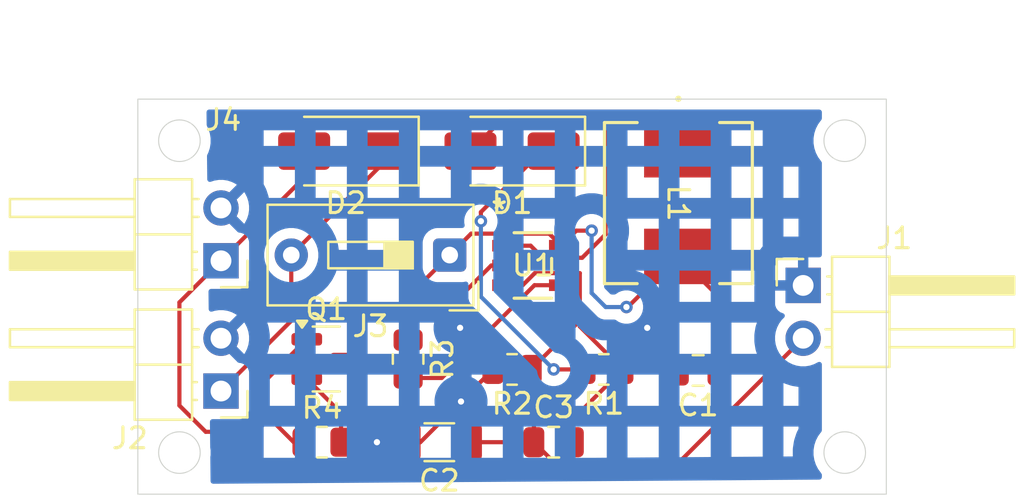
<source format=kicad_pcb>
(kicad_pcb (version 20241229) (generator "pcbnew") (generator_version "9.0")
  (layers (0 "F.Cu" signal) (2 "B.Cu" signal) (13 "F.Paste" user) (15 "B.Paste" user) (5 "F.SilkS" user "F.Silkscreen") (7 "B.SilkS" user "B.Silkscreen") (1 "F.Mask" user) (3 "B.Mask" user) (25 "Edge.Cuts" user))
  (net 0 "")
  (net 1 "GNDD")
  (net 2 "Net-(J3-Pin_1)")
  (net 3 "/OUT_P")
  (net 4 "Net-(U1-FB)")
  (net 5 "Net-(D1-A)")
  (net 6 "/SOLAR_P")
  (net 7 "/BAT_P")
  (net 8 "Net-(Q1-D)")
  (footprint "Capacitor_SMD:C_0805_2012Metric" (layer "F.Cu") (at 165.45 111.55 180)
    (property "Reference" "C1" (at 0 -1.68 0) (layer "F.SilkS"))
    (property "Value" "4.7 uF, 50 V, X7R (0805)")
    (fp_line (start -0.261252 0.735) (end 0.261252 0.735) (stroke (width 0.12)) (layer "F.SilkS"))
    (fp_line (start -0.261252 -0.735) (end 0.261252 -0.735) (stroke (width 0.12)) (layer "F.SilkS"))
    (pad "1" smd roundrect (at -0.95 0 180) (size 1 1.45) (layers "F.Cu" "F.Mask" "F.Paste") (net 2 "Net-(J3-Pin_1)"))
    (pad "2" smd roundrect (at 0.95 0 180) (size 1 1.45) (layers "F.Cu" "F.Mask" "F.Paste") (net 1 "GNDD"))
  )
  (footprint "Resistor_SMD:R_0805_2012Metric" (layer "F.Cu") (at 147.3625 115)
    (property "Reference" "R4" (at 0 -1.65 0) (layer "F.SilkS"))
    (property "Value" "1 MOhm")
    (fp_line (start -0.227064 -0.735) (end 0.227064 -0.735) (stroke (width 0.12)) (layer "F.SilkS"))
    (fp_line (start -0.227064 0.735) (end 0.227064 0.735) (stroke (width 0.12)) (layer "F.SilkS"))
    (pad "1" smd roundrect (at -0.9125 0) (size 1.025 1.4) (layers "F.Cu" "F.Mask" "F.Paste") (roundrect_rratio 0.243902) (net 6 "/SOLAR_P"))
    (pad "2" smd roundrect (at 0.9125 0) (size 1.025 1.4) (layers "F.Cu" "F.Mask" "F.Paste") (roundrect_rratio 0.243902) (net 1 "GNDD"))
  )
  (footprint "Capacitor_SMD:C_0805_2012Metric" (layer "F.Cu") (at 158.5 115)
    (property "Reference" "C3" (at 0 -1.68 0) (layer "F.SilkS"))
    (property "Value" "10 pF, 50 V, X7R (0805)")
    (fp_line (start -0.261252 -0.735) (end 0.261252 -0.735) (stroke (width 0.12)) (layer "F.SilkS"))
    (fp_line (start -0.261252 0.735) (end 0.261252 0.735) (stroke (width 0.12)) (layer "F.SilkS"))
    (pad "1" smd roundrect (at -0.95 0) (size 1 1.45) (layers "F.Cu" "F.Mask" "F.Paste") (net 3 "/OUT_P"))
    (pad "2" smd roundrect (at 0.95 0) (size 1 1.45) (layers "F.Cu" "F.Mask" "F.Paste") (net 4 "Net-(U1-FB)"))
  )
  (footprint "Capacitor_SMD:C_1206_3216Metric" (layer "F.Cu") (at 153 115 180)
    (property "Reference" "C2" (at 0 -1.85 0) (layer "F.SilkS"))
    (property "Value" "22 uF, 10 V, X7R (1206)")
    (fp_line (start -0.711252 0.91) (end 0.711252 0.91) (stroke (width 0.12)) (layer "F.SilkS"))
    (fp_line (start -0.711252 -0.91) (end 0.711252 -0.91) (stroke (width 0.12)) (layer "F.SilkS"))
    (pad "1" smd roundrect (at -1.475 0 180) (size 1.15 1.8) (layers "F.Cu" "F.Mask" "F.Paste") (roundrect_rratio 0.217391) (net 3 "/OUT_P"))
    (pad "2" smd roundrect (at 1.475 0 180) (size 1.15 1.8) (layers "F.Cu" "F.Mask" "F.Paste") (roundrect_rratio 0.217391) (net 1 "GNDD"))
  )
  (footprint "Resistor_SMD:R_0805_2012Metric" (layer "F.Cu") (at 160.9125 111.5 180)
    (property "Reference" "R1" (at 0 -1.65 0) (layer "F.SilkS"))
    (property "Value" "1 MOhm")
    (fp_line (start -0.227064 0.735) (end 0.227064 0.735) (stroke (width 0.12)) (layer "F.SilkS"))
    (fp_line (start -0.227064 -0.735) (end 0.227064 -0.735) (stroke (width 0.12)) (layer "F.SilkS"))
    (pad "1" smd roundrect (at -0.9125 0 180) (size 1.025 1.4) (layers "F.Cu" "F.Mask" "F.Paste") (roundrect_rratio 0.243902) (net 4 "Net-(U1-FB)"))
    (pad "2" smd roundrect (at 0.9125 0 180) (size 1.025 1.4) (layers "F.Cu" "F.Mask" "F.Paste") (roundrect_rratio 0.243902) (net 3 "/OUT_P"))
  )
  (footprint "Connector_PinHeader_2.54mm:PinHeader_1x02_P2.54mm_Horizontal" (layer "F.Cu") (at 142.5 106.275 180)
    (property "Reference" "J4" (at -0.115 6.775 0) (layer "F.SilkS"))
    (property "Value" "Conn_01x02_Pin")
    (fp_line (start 10.15 2.97) (end 4.15 2.97) (stroke (width 0.12)) (layer "F.SilkS"))
    (fp_line (start 10.15 2.11) (end 10.15 2.97) (stroke (width 0.12)) (layer "F.SilkS"))
    (fp_line (start 4.15 3.92) (end 4.15 -1.38) (stroke (width 0.12)) (layer "F.SilkS"))
    (fp_line (start 4.15 2.11) (end 10.15 2.11) (stroke (width 0.12)) (layer "F.SilkS"))
    (fp_line (start 4.15 -1.38) (end 1.39 -1.38) (stroke (width 0.12)) (layer "F.SilkS"))
    (fp_line (start 1.39 3.92) (end 4.15 3.92) (stroke (width 0.12)) (layer "F.SilkS"))
    (fp_line (start 1.39 1.27) (end 4.15 1.27) (stroke (width 0.12)) (layer "F.SilkS"))
    (fp_line (start 1.39 -1.38) (end 1.39 3.92) (stroke (width 0.12)) (layer "F.SilkS"))
    (fp_line (start 1.16 0.43) (end 1.39 0.43) (stroke (width 0.12)) (layer "F.SilkS"))
    (fp_line (start 1.16 -0.43) (end 1.39 -0.43) (stroke (width 0.12)) (layer "F.SilkS"))
    (fp_line (start 1.077358 2.97) (end 1.39 2.97) (stroke (width 0.12)) (layer "F.SilkS"))
    (fp_line (start 1.077358 2.11) (end 1.39 2.11) (stroke (width 0.12)) (layer "F.SilkS"))
    (fp_line (start -1.27 0) (end -1.27 -1.27) (stroke (width 0.12)) (layer "F.SilkS"))
    (fp_line (start -1.27 -1.27) (end 0 -1.27) (stroke (width 0.12)) (layer "F.SilkS"))
    (fp_rect (start 4.15 -0.43) (end 10.15 0.43) (stroke (width 0.12)) (fill yes) (layer "F.SilkS"))
    (pad "1" thru_hole rect (at 0 0 180) (size 1.7 1.7) (drill 1) (layers "*.Cu" "*.Mask") (net 6 "/SOLAR_P"))
    (pad "2" thru_hole circle (at 0 2.54 180) (size 1.7 1.7) (drill 1) (layers "*.Cu" "*.Mask") (net 1 "GNDD"))
  )
  (footprint "Button_Switch_THT:SW_DIP_SPSTx01_Slide_9.78x4.72mm_W7.62mm_P2.54mm" (layer "F.Cu") (at 153.5 106 180)
    (property "Reference" "J3" (at 3.81 -3.42 0) (layer "F.SilkS"))
    (property "Value" "Conn_01x02_Pin")
    (fp_line (start 8.76 -2.42) (end 8.76 2.42) (stroke (width 0.12)) (layer "F.SilkS"))
    (fp_line (start 3.133333 -0.635) (end 3.133333 0.635) (stroke (width 0.12)) (layer "F.SilkS"))
    (fp_line (start -1.14 2.42) (end 8.76 2.42) (stroke (width 0.12)) (layer "F.SilkS"))
    (fp_line (start -1.14 -2.42) (end 8.76 -2.42) (stroke (width 0.12)) (layer "F.SilkS"))
    (fp_line (start -1.14 -2.42) (end -1.14 2.42) (stroke (width 0.12)) (layer "F.SilkS"))
    (fp_line (start -1.38 -2.66) (end 0.003 -2.66) (stroke (width 0.12)) (layer "F.SilkS"))
    (fp_line (start -1.38 -2.66) (end -1.38 -1.277) (stroke (width 0.12)) (layer "F.SilkS"))
    (fp_rect (start 1.78 -0.635) (end 5.84 0.635) (stroke (width 0.12)) (fill no) (layer "F.SilkS"))
    (fp_rect (start 1.78 -0.635) (end 3.133333 0.635) (stroke (width 0.12)) (fill yes) (layer "F.SilkS"))
    (pad "1" thru_hole roundrect (at 0 0 180) (size 1.6 1.6) (drill 0.8) (layers "*.Cu" "*.Mask") (roundrect_rratio 0.15625) (net 2 "Net-(J3-Pin_1)"))
    (pad "2" thru_hole circle (at 7.62 0 180) (size 1.6 1.6) (drill 0.8) (layers "*.Cu" "*.Mask") (net 7 "/BAT_P"))
  )
  (footprint "Resistor_SMD:R_0805_2012Metric" (layer "F.Cu") (at 151.5 111 -90)
    (property "Reference" "R3" (at 0 -1.65 90) (layer "F.SilkS"))
    (property "Value" "10 kOhm")
    (fp_line (start -0.227064 0.735) (end 0.227064 0.735) (stroke (width 0.12)) (layer "F.SilkS"))
    (fp_line (start -0.227064 -0.735) (end 0.227064 -0.735) (stroke (width 0.12)) (layer "F.SilkS"))
    (pad "1" smd roundrect (at -0.9125 0 270) (size 1.025 1.4) (layers "F.Cu" "F.Mask" "F.Paste") (roundrect_rratio 0.243902) (net 2 "Net-(J3-Pin_1)"))
    (pad "2" smd roundrect (at 0.9125 0 270) (size 1.025 1.4) (layers "F.Cu" "F.Mask" "F.Paste") (roundrect_rratio 0.243902) (net 8 "Net-(Q1-D)"))
  )
  (footprint "Diode_SMD:D_SMA" (layer "F.Cu") (at 156.5 101 180)
    (property "Reference" "D1" (at 0 -2.5 0) (layer "F.SilkS"))
    (property "Value" "SS14")
    (fp_line (start -3.51 1.65) (end 2 1.65) (stroke (width 0.12)) (layer "F.SilkS"))
    (fp_line (start -3.51 -1.65) (end 2 -1.65) (stroke (width 0.12)) (layer "F.SilkS"))
    (fp_line (start -3.51 -1.65) (end -3.51 1.65) (stroke (width 0.12)) (layer "F.SilkS"))
    (pad "1" smd roundrect (at -2 0 180) (size 2.5 1.8) (layers "F.Cu" "F.Mask" "F.Paste") (roundrect_rratio 0.1388888889) (net 3 "/OUT_P"))
    (pad "2" smd roundrect (at 2 0 180) (size 2.5 1.8) (layers "F.Cu" "F.Mask" "F.Paste") (roundrect_rratio 0.1388888889) (net 5 "Net-(D1-A)"))
  )
  (footprint "ul_AP3015AKTR-G1:SOT23-5_1P55X2P9_DIO" (layer "F.Cu") (at 157.5 106.5)
    (property "Reference" "U1" (at 0 0 0) (layer "F.SilkS"))
    (property "Value" "AP3015AKTR-G1")
    (fp_line (start -0.9017 1.5748) (end 0.9017 1.5748) (stroke (width 0.1524)) (layer "F.SilkS"))
    (fp_line (start 0.9017 -1.5748) (end -0.9017 -1.5748) (stroke (width 0.1524)) (layer "F.SilkS"))
    (fp_line (start 0.9017 0.337861) (end 0.9017 -0.337861) (stroke (width 0.1524)) (layer "F.SilkS"))
    (fp_text user "*" (at -1.61925 -2.6518 0) (layer "F.SilkS"))
    (fp_text user "*" (at -1.61925 -2.6518 0) (layer "F.SilkS"))
    (pad "1" smd rect (at -1.36525 -0.950001) (size 1.1811 0.5588) (layers "F.Cu" "F.Mask" "F.Paste") (net 5 "Net-(D1-A)"))
    (pad "2" smd rect (at -1.36525 0) (size 1.1811 0.5588) (layers "F.Cu" "F.Mask" "F.Paste") (net 1 "GNDD"))
    (pad "3" smd rect (at -1.36525 0.950001) (size 1.1811 0.5588) (layers "F.Cu" "F.Mask" "F.Paste") (net 4 "Net-(U1-FB)"))
    (pad "4" smd rect (at 1.36525 0.950001) (size 1.1811 0.5588) (layers "F.Cu" "F.Mask" "F.Paste") (net 8 "Net-(Q1-D)"))
    (pad "5" smd rect (at 1.36525 -0.950001) (size 1.1811 0.5588) (layers "F.Cu" "F.Mask" "F.Paste") (net 2 "Net-(J3-Pin_1)"))
  )
  (footprint "Resistor_SMD:R_0805_2012Metric" (layer "F.Cu") (at 156.5 111.5 180)
    (property "Reference" "R2" (at 0 -1.65 0) (layer "F.SilkS"))
    (property "Value" "604 kOhm, 1%")
    (fp_line (start -0.227064 0.735) (end 0.227064 0.735) (stroke (width 0.12)) (layer "F.SilkS"))
    (fp_line (start -0.227064 -0.735) (end 0.227064 -0.735) (stroke (width 0.12)) (layer "F.SilkS"))
    (pad "1" smd roundrect (at -0.9125 0 180) (size 1.025 1.4) (layers "F.Cu" "F.Mask" "F.Paste") (roundrect_rratio 0.243902) (net 4 "Net-(U1-FB)"))
    (pad "2" smd roundrect (at 0.9125 0 180) (size 1.025 1.4) (layers "F.Cu" "F.Mask" "F.Paste") (roundrect_rratio 0.243902) (net 1 "GNDD"))
  )
  (footprint "Package_TO_SOT_SMD:SOT-23" (layer "F.Cu") (at 147.5625 111)
    (property "Reference" "Q1" (at 0 -2.4 0) (layer "F.SilkS"))
    (property "Value" "2N7002")
    (fp_line (start 0 -1.56) (end -0.65 -1.56) (stroke (width 0.12)) (layer "F.SilkS"))
    (fp_line (start 0 -1.56) (end 0.65 -1.56) (stroke (width 0.12)) (layer "F.SilkS"))
    (fp_line (start 0 1.56) (end -0.65 1.56) (stroke (width 0.12)) (layer "F.SilkS"))
    (fp_line (start 0 1.56) (end 0.65 1.56) (stroke (width 0.12)) (layer "F.SilkS"))
    (fp_poly (pts (xy -1.1625 -1.51) (xy -1.4025 -1.84) (xy -0.9225 -1.84)) (stroke (width 0.12)) (fill yes) (layer "F.SilkS"))
    (pad "1" smd roundrect (at -0.9375 -0.95) (size 1.475 0.6) (layers "F.Cu" "F.Mask" "F.Paste") (net 6 "/SOLAR_P"))
    (pad "2" smd roundrect (at -0.9375 0.95) (size 1.475 0.6) (layers "F.Cu" "F.Mask" "F.Paste") (net 1 "GNDD"))
    (pad "3" smd roundrect (at 0.9375 0) (size 1.475 0.6) (layers "F.Cu" "F.Mask" "F.Paste") (net 8 "Net-(Q1-D)"))
  )
  (footprint "Connector_PinHeader_2.54mm:PinHeader_1x02_P2.54mm_Horizontal" (layer "F.Cu") (at 142.5 112.54 180)
    (property "Reference" "J2" (at 4.385 -2.27 0) (layer "F.SilkS"))
    (property "Value" "Conn_01x02_Pin")
    (fp_line (start 10.15 2.97) (end 4.15 2.97) (stroke (width 0.12)) (layer "F.SilkS"))
    (fp_line (start 10.15 2.11) (end 10.15 2.97) (stroke (width 0.12)) (layer "F.SilkS"))
    (fp_line (start 4.15 3.92) (end 4.15 -1.38) (stroke (width 0.12)) (layer "F.SilkS"))
    (fp_line (start 4.15 2.11) (end 10.15 2.11) (stroke (width 0.12)) (layer "F.SilkS"))
    (fp_line (start 4.15 -1.38) (end 1.39 -1.38) (stroke (width 0.12)) (layer "F.SilkS"))
    (fp_line (start 1.39 3.92) (end 4.15 3.92) (stroke (width 0.12)) (layer "F.SilkS"))
    (fp_line (start 1.39 1.27) (end 4.15 1.27) (stroke (width 0.12)) (layer "F.SilkS"))
    (fp_line (start 1.39 -1.38) (end 1.39 3.92) (stroke (width 0.12)) (layer "F.SilkS"))
    (fp_line (start 1.16 0.43) (end 1.39 0.43) (stroke (width 0.12)) (layer "F.SilkS"))
    (fp_line (start 1.16 -0.43) (end 1.39 -0.43) (stroke (width 0.12)) (layer "F.SilkS"))
    (fp_line (start 1.077358 2.97) (end 1.39 2.97) (stroke (width 0.12)) (layer "F.SilkS"))
    (fp_line (start 1.077358 2.11) (end 1.39 2.11) (stroke (width 0.12)) (layer "F.SilkS"))
    (fp_line (start -1.27 0) (end -1.27 -1.27) (stroke (width 0.12)) (layer "F.SilkS"))
    (fp_line (start -1.27 -1.27) (end 0 -1.27) (stroke (width 0.12)) (layer "F.SilkS"))
    (fp_rect (start 4.15 -0.43) (end 10.15 0.43) (stroke (width 0.12)) (fill yes) (layer "F.SilkS"))
    (pad "1" thru_hole rect (at 0 0 180) (size 1.7 1.7) (drill 1) (layers "*.Cu" "*.Mask") (net 7 "/BAT_P"))
    (pad "2" thru_hole circle (at 0 2.54 180) (size 1.7 1.7) (drill 1) (layers "*.Cu" "*.Mask") (net 1 "GNDD"))
  )
  (footprint "Diode_SMD:D_SMA" (layer "F.Cu") (at 148.5 101 180)
    (property "Reference" "D2" (at 0 -2.5 0) (layer "F.SilkS"))
    (property "Value" "SS14")
    (fp_line (start -3.51 1.65) (end 2 1.65) (stroke (width 0.12)) (layer "F.SilkS"))
    (fp_line (start -3.51 -1.65) (end 2 -1.65) (stroke (width 0.12)) (layer "F.SilkS"))
    (fp_line (start -3.51 -1.65) (end -3.51 1.65) (stroke (width 0.12)) (layer "F.SilkS"))
    (pad "1" smd roundrect (at -2 0 180) (size 2.5 1.8) (layers "F.Cu" "F.Mask" "F.Paste") (roundrect_rratio 0.1388888889) (net 7 "/BAT_P"))
    (pad "2" smd roundrect (at 2 0 180) (size 2.5 1.8) (layers "F.Cu" "F.Mask" "F.Paste") (roundrect_rratio 0.1388888889) (net 6 "/SOLAR_P"))
  )
  (footprint "Connector_PinHeader_2.54mm:PinHeader_1x02_P2.54mm_Horizontal" (layer "F.Cu") (at 170.5 107.46)
    (property "Reference" "J1" (at 4.385 -2.27 0) (layer "F.SilkS"))
    (property "Value" "Conn_01x02_Pin")
    (fp_line (start -1.27 -1.27) (end 0 -1.27) (stroke (width 0.12)) (layer "F.SilkS"))
    (fp_line (start -1.27 0) (end -1.27 -1.27) (stroke (width 0.12)) (layer "F.SilkS"))
    (fp_line (start 1.077358 2.11) (end 1.39 2.11) (stroke (width 0.12)) (layer "F.SilkS"))
    (fp_line (start 1.077358 2.97) (end 1.39 2.97) (stroke (width 0.12)) (layer "F.SilkS"))
    (fp_line (start 1.16 -0.43) (end 1.39 -0.43) (stroke (width 0.12)) (layer "F.SilkS"))
    (fp_line (start 1.16 0.43) (end 1.39 0.43) (stroke (width 0.12)) (layer "F.SilkS"))
    (fp_line (start 1.39 -1.38) (end 1.39 3.92) (stroke (width 0.12)) (layer "F.SilkS"))
    (fp_line (start 1.39 1.27) (end 4.15 1.27) (stroke (width 0.12)) (layer "F.SilkS"))
    (fp_line (start 1.39 3.92) (end 4.15 3.92) (stroke (width 0.12)) (layer "F.SilkS"))
    (fp_line (start 4.15 -1.38) (end 1.39 -1.38) (stroke (width 0.12)) (layer "F.SilkS"))
    (fp_line (start 4.15 2.11) (end 10.15 2.11) (stroke (width 0.12)) (layer "F.SilkS"))
    (fp_line (start 4.15 3.92) (end 4.15 -1.38) (stroke (width 0.12)) (layer "F.SilkS"))
    (fp_line (start 10.15 2.11) (end 10.15 2.97) (stroke (width 0.12)) (layer "F.SilkS"))
    (fp_line (start 10.15 2.97) (end 4.15 2.97) (stroke (width 0.12)) (layer "F.SilkS"))
    (fp_rect (start 4.15 -0.43) (end 10.15 0.43) (stroke (width 0.12)) (fill yes) (layer "F.SilkS"))
    (pad "1" thru_hole rect (at 0 0) (size 1.7 1.7) (drill 1) (layers "*.Cu" "*.Mask") (net 1 "GNDD"))
    (pad "2" thru_hole circle (at 0 2.54) (size 1.7 1.7) (drill 1) (layers "*.Cu" "*.Mask") (net 3 "/OUT_P"))
  )
  (footprint "ul_ASPI-0630LR-100M-T15:IND_ASPI-0630LR_ABR" (layer "F.Cu") (at 164.5 103.5 -90)
    (property "Reference" "L1" (at 0 0 270) (layer "F.SilkS"))
    (property "Value" "ASPI-0630LR-100M-T15")
    (fp_line (start -3.8735 3.556) (end 3.8735 3.556) (stroke (width 0.1524)) (layer "F.SilkS"))
    (fp_line (start 3.8735 3.556) (end 3.8735 1.98374) (stroke (width 0.1524)) (layer "F.SilkS"))
    (fp_line (start -3.8735 1.98374) (end -3.8735 3.556) (stroke (width 0.1524)) (layer "F.SilkS"))
    (fp_line (start 3.8735 -1.98374) (end 3.8735 -3.556) (stroke (width 0.1524)) (layer "F.SilkS"))
    (fp_line (start -3.8735 -3.556) (end -3.8735 -1.98374) (stroke (width 0.1524)) (layer "F.SilkS"))
    (fp_line (start 3.8735 -3.556) (end -3.8735 -3.556) (stroke (width 0.1524)) (layer "F.SilkS"))
    (fp_circle (center -5.0165 0) (end -4.9403 0) (stroke (width 0.1524)) (fill no) (layer "F.SilkS"))
    (pad "1" smd rect (at -2.5654 0) (size 3.302 2.667) (layers "F.Cu" "F.Mask" "F.Paste") (net 5 "Net-(D1-A)"))
    (pad "2" smd rect (at 2.5654 0) (size 3.302 2.667) (layers "F.Cu" "F.Mask" "F.Paste") (net 2 "Net-(J3-Pin_1)"))
  )
  (gr_circle (center 172.5 100.5) (end 172.5 99.5) (stroke (width 0.05)) (fill no) (layer "Edge.Cuts"))
  (gr_circle (center 140.5 115.5) (end 139.5 115.5) (stroke (width 0.05)) (fill no) (layer "Edge.Cuts"))
  (gr_circle (center 172.5 115.5) (end 173.5 115.5) (stroke (width 0.05)) (fill no) (layer "Edge.Cuts"))
  (gr_rect (start 138.5 98.5) (end 174.5 117.5) (stroke (width 0.05)) (fill no) (layer "Edge.Cuts"))
  (gr_circle (center 140.5 100.5) (end 139.5 100.5) (stroke (width 0.05)) (fill no) (layer "Edge.Cuts"))
  (segment (start 152.0875 115) (end 154.04375 113.04375) (width 0.2) (layer "F.Cu") (net 1))
  (segment (start 148.275 113.6) (end 148.275 115) (width 0.2) (layer "F.Cu") (net 1))
  (segment (start 150 115) (end 151.525 115) (width 0.2) (layer "F.Cu") (net 1))
  (segment (start 148.275 115) (end 150 115) (width 0.2) (layer "F.Cu") (net 1))
  (segment (start 154.04375 113.04375) (end 155.5875 111.5) (width 0.2) (layer "F.Cu") (net 1))
  (segment (start 163 110.05) (end 163 109.5) (width 0.2) (layer "F.Cu") (net 1))
  (segment (start 156.13475 106.5) (end 155.5 106.5) (width 0.2) (layer "F.Cu") (net 1))
  (segment (start 154 108) (end 154 109.5) (width 0.2) (layer "F.Cu") (net 1))
  (segment (start 146.625 111.95) (end 148.275 113.6) (width 0.2) (layer "F.Cu") (net 1))
  (segment (start 151.525 115) (end 152.0875 115) (width 0.2) (layer "F.Cu") (net 1))
  (segment (start 164.5 111.55) (end 163 110.05) (width 0.2) (layer "F.Cu") (net 1))
  (segment (start 155.5 106.5) (end 154 108) (width 0.2) (layer "F.Cu") (net 1))
  (via (at 154.04375 113.04375) (size 0.6) (drill 0.3) (layers "F.Cu" "B.Cu") (net 1))
  (via (at 150 115) (size 0.6) (drill 0.3) (layers "F.Cu" "B.Cu") (net 1))
  (via (at 154 109.5) (size 0.6) (drill 0.3) (layers "F.Cu" "B.Cu") (net 1))
  (via (at 163 109.5) (size 0.6) (drill 0.3) (layers "F.Cu" "B.Cu") (net 1))
  (segment (start 164.5 106.0654) (end 162.0654 108.5) (width 0.2) (layer "F.Cu") (net 2))
  (segment (start 159.589514 104.825735) (end 158.86525 105.549999) (width 0.2) (layer "F.Cu") (net 2))
  (segment (start 160.325735 104.825735) (end 159.589514 104.825735) (width 0.2) (layer "F.Cu") (net 2))
  (segment (start 151.5 108) (end 153.5 106) (width 0.2) (layer "F.Cu") (net 2))
  (segment (start 158.28485 104.969599) (end 154.530401 104.969599) (width 0.2) (layer "F.Cu") (net 2))
  (segment (start 166.4 107.9654) (end 164.5 106.0654) (width 0.2) (layer "F.Cu") (net 2))
  (segment (start 166.4 111.55) (end 166.4 107.9654) (width 0.2) (layer "F.Cu") (net 2))
  (segment (start 151.5 110.0875) (end 151.5 108) (width 0.2) (layer "F.Cu") (net 2))
  (segment (start 162.0654 108.5) (end 162 108.5) (width 0.2) (layer "F.Cu") (net 2))
  (segment (start 154.530401 104.969599) (end 153.5 106) (width 0.2) (layer "F.Cu") (net 2))
  (segment (start 158.86525 105.549999) (end 158.28485 104.969599) (width 0.2) (layer "F.Cu") (net 2))
  (via (at 162 108.5) (size 0.6) (drill 0.3) (layers "F.Cu" "B.Cu") (net 2))
  (via (at 160.325735 104.825735) (size 0.6) (drill 0.3) (layers "F.Cu" "B.Cu") (net 2))
  (segment (start 161 108.5) (end 160.5 108) (width 0.2) (layer "B.Cu") (net 2))
  (segment (start 160.325735 107.825735) (end 160.325735 104.825735) (width 0.2) (layer "B.Cu") (net 2))
  (segment (start 160.5 108) (end 160.325735 107.825735) (width 0.2) (layer "B.Cu") (net 2))
  (segment (start 162 108.5) (end 161 108.5) (width 0.2) (layer "B.Cu") (net 2))
  (segment (start 164.474 116.026) (end 158.576 116.026) (width 0.2) (layer "F.Cu") (net 3))
  (segment (start 157.55 115) (end 154.475 115) (width 0.2) (layer "F.Cu") (net 3))
  (segment (start 158.576 116.026) (end 157.55 115) (width 0.2) (layer "F.Cu") (net 3))
  (segment (start 157.55 113.95) (end 160 111.5) (width 0.2) (layer "F.Cu") (net 3))
  (segment (start 155 103.9329) (end 155 104.369599) (width 0.2) (layer "F.Cu") (net 3))
  (segment (start 157.9329 101) (end 155 103.9329) (width 0.2) (layer "F.Cu") (net 3))
  (segment (start 158.5 111.5) (end 160 111.5) (width 0.2) (layer "F.Cu") (net 3))
  (segment (start 157.55 115) (end 157.55 113.95) (width 0.2) (layer "F.Cu") (net 3))
  (segment (start 158.5 101) (end 157.9329 101) (width 0.2) (layer "F.Cu") (net 3))
  (segment (start 170.5 110) (end 164.474 116.026) (width 0.2) (layer "F.Cu") (net 3))
  (via (at 158.5 111.5) (size 0.6) (drill 0.3) (layers "F.Cu" "B.Cu") (net 3))
  (via (at 155 104.369599) (size 0.6) (drill 0.3) (layers "F.Cu" "B.Cu") (net 3))
  (segment (start 155 108) (end 158.5 111.5) (width 0.2) (layer "B.Cu") (net 3))
  (segment (start 155 104.369599) (end 155 108) (width 0.2) (layer "B.Cu") (net 3))
  (segment (start 159.45 115) (end 159.45 113.875) (width 0.2) (layer "F.Cu") (net 4))
  (segment (start 159.45 113.875) (end 161.825 111.5) (width 0.2) (layer "F.Cu") (net 4))
  (segment (start 157.4125 111.5) (end 159.7568 109.1557) (width 0.2) (layer "F.Cu") (net 4))
  (segment (start 157.589598 106.869601) (end 157.009198 107.450001) (width 0.2) (layer "F.Cu") (net 4))
  (segment (start 161.825 111.5) (end 159.7568 109.4318) (width 0.2) (layer "F.Cu") (net 4))
  (segment (start 157.009198 107.450001) (end 156.13475 107.450001) (width 0.2) (layer "F.Cu") (net 4))
  (segment (start 159.7568 109.4318) (end 159.7568 109.1557) (width 0.2) (layer "F.Cu") (net 4))
  (segment (start 159.7568 106.869601) (end 157.589598 106.869601) (width 0.2) (layer "F.Cu") (net 4))
  (segment (start 159.7568 109.1557) (end 159.7568 106.869601) (width 0.2) (layer "F.Cu") (net 4))
  (segment (start 157.9737 106.130399) (end 159.869601 106.130399) (width 0.2) (layer "F.Cu") (net 5))
  (segment (start 163.5 99.101) (end 164.5 100.101) (width 0.2) (layer "F.Cu") (net 5))
  (segment (start 161.682264 99.101) (end 163.5 99.101) (width 0.2) (layer "F.Cu") (net 5))
  (segment (start 159.869601 106.130399) (end 161 105) (width 0.2) (layer "F.Cu") (net 5))
  (segment (start 164.5 100.101) (end 164.5 100.9346) (width 0.2) (layer "F.Cu") (net 5))
  (segment (start 154.5 101) (end 156.399 99.101) (width 0.2) (layer "F.Cu") (net 5))
  (segment (start 161 105) (end 161 99.783264) (width 0.2) (layer "F.Cu") (net 5))
  (segment (start 161 99.783264) (end 161.682264 99.101) (width 0.2) (layer "F.Cu") (net 5))
  (segment (start 157.3933 105.549999) (end 157.9737 106.130399) (width 0.2) (layer "F.Cu") (net 5))
  (segment (start 156.13475 105.549999) (end 157.3933 105.549999) (width 0.2) (layer "F.Cu") (net 5))
  (segment (start 156.399 99.101) (end 161.682264 99.101) (width 0.2) (layer "F.Cu") (net 5))
  (segment (start 146.45 115) (end 146 115) (width 0.2) (layer "F.Cu") (net 6))
  (segment (start 141.764156 114.5) (end 140.5 113.235844) (width 0.2) (layer "F.Cu") (net 6))
  (segment (start 146.5 102.275) (end 146.5 101) (width 0.2) (layer "F.Cu") (net 6))
  (segment (start 140.5 113.235844) (end 140.5 108.275) (width 0.2) (layer "F.Cu") (net 6))
  (segment (start 142.5 106.275) (end 146.5 102.275) (width 0.2) (layer "F.Cu") (net 6))
  (segment (start 144.5 112.175) (end 144.5 113.5) (width 0.2) (layer "F.Cu") (net 6))
  (segment (start 140.5 108.275) (end 142.5 106.275) (width 0.2) (layer "F.Cu") (net 6))
  (segment (start 146.625 110.05) (end 144.5 112.175) (width 0.2) (layer "F.Cu") (net 6))
  (segment (start 146 115) (end 144.5 113.5) (width 0.2) (layer "F.Cu") (net 6))
  (segment (start 144.5 113.5) (end 143.5 114.5) (width 0.2) (layer "F.Cu") (net 6))
  (segment (start 143.5 114.5) (end 141.764156 114.5) (width 0.2) (layer "F.Cu") (net 6))
  (segment (start 142.5 112.54) (end 145.88 109.16) (width 0.2) (layer "F.Cu") (net 7))
  (segment (start 150.5 101.38) (end 150.5 101) (width 0.2) (layer "F.Cu") (net 7))
  (segment (start 145.88 106) (end 150.5 101.38) (width 0.2) (layer "F.Cu") (net 7))
  (segment (start 145.88 109.16) (end 145.88 106) (width 0.2) (layer "F.Cu") (net 7))
  (segment (start 153.1138 111.9125) (end 157.576299 107.450001) (width 0.2) (layer "F.Cu") (net 8))
  (segment (start 157.576299 107.450001) (end 158.86525 107.450001) (width 0.2) (layer "F.Cu") (net 8))
  (segment (start 148.5 111) (end 150.5875 111) (width 0.2) (layer "F.Cu") (net 8))
  (segment (start 151.5 111.9125) (end 153.1138 111.9125) (width 0.2) (layer "F.Cu") (net 8))
  (segment (start 150.5875 111) (end 151.5 111.9125) (width 0.2) (layer "F.Cu") (net 8))
  (zone (net 1) (net_name "GNDD") (layer "B.Cu") (connect_pads (clearance 0.5)) (min_thickness 0.25) (fill yes (mode hatch) (thermal_gap 0.5) (thermal_bridge_width 0.5) (hatch_thickness 1) (hatch_gap 1.5) (hatch_orientation 0) (hatch_border_algorithm hatch_thickness) (hatch_min_hole_area 0.3))
    (polygon (pts (xy 171.4 98.8) (xy 171.4 116.8) (xy 142 117) (xy 141.8 98.8)))
  )
)
</source>
